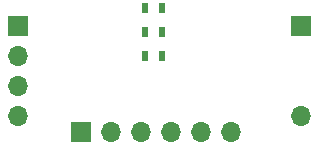
<source format=gbr>
%TF.GenerationSoftware,KiCad,Pcbnew,(6.0.1)*%
%TF.CreationDate,2022-06-04T23:11:39+02:00*%
%TF.ProjectId,esp-lvl,6573702d-6c76-46c2-9e6b-696361645f70,rev?*%
%TF.SameCoordinates,Original*%
%TF.FileFunction,Soldermask,Bot*%
%TF.FilePolarity,Negative*%
%FSLAX46Y46*%
G04 Gerber Fmt 4.6, Leading zero omitted, Abs format (unit mm)*
G04 Created by KiCad (PCBNEW (6.0.1)) date 2022-06-04 23:11:39*
%MOMM*%
%LPD*%
G01*
G04 APERTURE LIST*
%ADD10R,1.700000X1.700000*%
%ADD11O,1.700000X1.700000*%
%ADD12R,0.600000X0.900000*%
G04 APERTURE END LIST*
D10*
%TO.C,J2*%
X110000000Y-75000000D03*
D11*
X110000000Y-82620000D03*
%TD*%
D10*
%TO.C,J1*%
X86000000Y-75000000D03*
D11*
X86000000Y-77540000D03*
X86000000Y-80080000D03*
X86000000Y-82620000D03*
%TD*%
D10*
%TO.C,J3*%
X91380000Y-84000000D03*
D11*
X93920000Y-84000000D03*
X96460000Y-84000000D03*
X99000000Y-84000000D03*
X101540000Y-84000000D03*
X104080000Y-84000000D03*
%TD*%
D12*
%TO.C,R2*%
X98250000Y-75500000D03*
X96750000Y-75500000D03*
%TD*%
%TO.C,R1*%
X98250000Y-73500000D03*
X96750000Y-73500000D03*
%TD*%
%TO.C,R5*%
X98250000Y-77500000D03*
X96750000Y-77500000D03*
%TD*%
M02*

</source>
